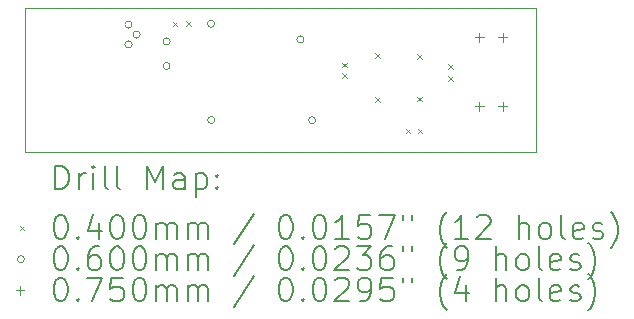
<source format=gbr>
%TF.GenerationSoftware,KiCad,Pcbnew,7.0.7-7.0.7~ubuntu22.04.1*%
%TF.CreationDate,2023-09-14T15:18:43+02:00*%
%TF.ProjectId,MoozyNano,4d6f6f7a-794e-4616-9e6f-2e6b69636164,rev?*%
%TF.SameCoordinates,Original*%
%TF.FileFunction,Drillmap*%
%TF.FilePolarity,Positive*%
%FSLAX45Y45*%
G04 Gerber Fmt 4.5, Leading zero omitted, Abs format (unit mm)*
G04 Created by KiCad (PCBNEW 7.0.7-7.0.7~ubuntu22.04.1) date 2023-09-14 15:18:43*
%MOMM*%
%LPD*%
G01*
G04 APERTURE LIST*
%ADD10C,0.100000*%
%ADD11C,0.200000*%
%ADD12C,0.040000*%
%ADD13C,0.060000*%
%ADD14C,0.075000*%
G04 APERTURE END LIST*
D10*
X10756900Y-7747000D02*
X15079380Y-7747000D01*
X15079380Y-8966200D01*
X10756900Y-8966200D01*
X10756900Y-7747000D01*
D11*
D12*
X12006900Y-7864160D02*
X12046900Y-7904160D01*
X12046900Y-7864160D02*
X12006900Y-7904160D01*
X12121200Y-7861620D02*
X12161200Y-7901620D01*
X12161200Y-7861620D02*
X12121200Y-7901620D01*
X13443147Y-8210720D02*
X13483147Y-8250720D01*
X13483147Y-8210720D02*
X13443147Y-8250720D01*
X13444845Y-8300735D02*
X13484845Y-8340735D01*
X13484845Y-8300735D02*
X13444845Y-8340735D01*
X13720280Y-8131980D02*
X13760280Y-8171980D01*
X13760280Y-8131980D02*
X13720280Y-8171980D01*
X13720280Y-8500280D02*
X13760280Y-8540280D01*
X13760280Y-8500280D02*
X13720280Y-8540280D01*
X13979360Y-8769520D02*
X14019360Y-8809520D01*
X14019360Y-8769520D02*
X13979360Y-8809520D01*
X14078420Y-8137060D02*
X14118420Y-8177060D01*
X14118420Y-8137060D02*
X14078420Y-8177060D01*
X14078420Y-8497740D02*
X14118420Y-8537740D01*
X14118420Y-8497740D02*
X14078420Y-8537740D01*
X14080960Y-8769520D02*
X14120960Y-8809520D01*
X14120960Y-8769520D02*
X14080960Y-8809520D01*
X14341310Y-8323750D02*
X14381310Y-8363750D01*
X14381310Y-8323750D02*
X14341310Y-8363750D01*
X14342580Y-8223420D02*
X14382580Y-8263420D01*
X14382580Y-8223420D02*
X14342580Y-8263420D01*
D13*
X11663200Y-7889240D02*
G75*
G03*
X11663200Y-7889240I-30000J0D01*
G01*
X11663200Y-8056880D02*
G75*
G03*
X11663200Y-8056880I-30000J0D01*
G01*
X11731780Y-7973060D02*
G75*
G03*
X11731780Y-7973060I-30000J0D01*
G01*
X11985780Y-8031480D02*
G75*
G03*
X11985780Y-8031480I-30000J0D01*
G01*
X11985780Y-8239760D02*
G75*
G03*
X11985780Y-8239760I-30000J0D01*
G01*
X12361700Y-7881620D02*
G75*
G03*
X12361700Y-7881620I-30000J0D01*
G01*
X12364240Y-8696960D02*
G75*
G03*
X12364240Y-8696960I-30000J0D01*
G01*
X13118620Y-8013700D02*
G75*
G03*
X13118620Y-8013700I-30000J0D01*
G01*
X13217680Y-8698420D02*
G75*
G03*
X13217680Y-8698420I-30000J0D01*
G01*
D14*
X14601520Y-7959300D02*
X14601520Y-8034300D01*
X14564020Y-7996800D02*
X14639020Y-7996800D01*
X14601520Y-8543500D02*
X14601520Y-8618500D01*
X14564020Y-8581000D02*
X14639020Y-8581000D01*
X14801520Y-7959300D02*
X14801520Y-8034300D01*
X14764020Y-7996800D02*
X14839020Y-7996800D01*
X14801520Y-8543500D02*
X14801520Y-8618500D01*
X14764020Y-8581000D02*
X14839020Y-8581000D01*
D11*
X11012677Y-9282684D02*
X11012677Y-9082684D01*
X11012677Y-9082684D02*
X11060296Y-9082684D01*
X11060296Y-9082684D02*
X11088867Y-9092208D01*
X11088867Y-9092208D02*
X11107915Y-9111255D01*
X11107915Y-9111255D02*
X11117439Y-9130303D01*
X11117439Y-9130303D02*
X11126963Y-9168398D01*
X11126963Y-9168398D02*
X11126963Y-9196970D01*
X11126963Y-9196970D02*
X11117439Y-9235065D01*
X11117439Y-9235065D02*
X11107915Y-9254112D01*
X11107915Y-9254112D02*
X11088867Y-9273160D01*
X11088867Y-9273160D02*
X11060296Y-9282684D01*
X11060296Y-9282684D02*
X11012677Y-9282684D01*
X11212677Y-9282684D02*
X11212677Y-9149350D01*
X11212677Y-9187446D02*
X11222201Y-9168398D01*
X11222201Y-9168398D02*
X11231724Y-9158874D01*
X11231724Y-9158874D02*
X11250772Y-9149350D01*
X11250772Y-9149350D02*
X11269820Y-9149350D01*
X11336486Y-9282684D02*
X11336486Y-9149350D01*
X11336486Y-9082684D02*
X11326962Y-9092208D01*
X11326962Y-9092208D02*
X11336486Y-9101731D01*
X11336486Y-9101731D02*
X11346010Y-9092208D01*
X11346010Y-9092208D02*
X11336486Y-9082684D01*
X11336486Y-9082684D02*
X11336486Y-9101731D01*
X11460296Y-9282684D02*
X11441248Y-9273160D01*
X11441248Y-9273160D02*
X11431724Y-9254112D01*
X11431724Y-9254112D02*
X11431724Y-9082684D01*
X11565058Y-9282684D02*
X11546010Y-9273160D01*
X11546010Y-9273160D02*
X11536486Y-9254112D01*
X11536486Y-9254112D02*
X11536486Y-9082684D01*
X11793629Y-9282684D02*
X11793629Y-9082684D01*
X11793629Y-9082684D02*
X11860296Y-9225541D01*
X11860296Y-9225541D02*
X11926962Y-9082684D01*
X11926962Y-9082684D02*
X11926962Y-9282684D01*
X12107915Y-9282684D02*
X12107915Y-9177922D01*
X12107915Y-9177922D02*
X12098391Y-9158874D01*
X12098391Y-9158874D02*
X12079343Y-9149350D01*
X12079343Y-9149350D02*
X12041248Y-9149350D01*
X12041248Y-9149350D02*
X12022201Y-9158874D01*
X12107915Y-9273160D02*
X12088867Y-9282684D01*
X12088867Y-9282684D02*
X12041248Y-9282684D01*
X12041248Y-9282684D02*
X12022201Y-9273160D01*
X12022201Y-9273160D02*
X12012677Y-9254112D01*
X12012677Y-9254112D02*
X12012677Y-9235065D01*
X12012677Y-9235065D02*
X12022201Y-9216017D01*
X12022201Y-9216017D02*
X12041248Y-9206493D01*
X12041248Y-9206493D02*
X12088867Y-9206493D01*
X12088867Y-9206493D02*
X12107915Y-9196970D01*
X12203153Y-9149350D02*
X12203153Y-9349350D01*
X12203153Y-9158874D02*
X12222201Y-9149350D01*
X12222201Y-9149350D02*
X12260296Y-9149350D01*
X12260296Y-9149350D02*
X12279343Y-9158874D01*
X12279343Y-9158874D02*
X12288867Y-9168398D01*
X12288867Y-9168398D02*
X12298391Y-9187446D01*
X12298391Y-9187446D02*
X12298391Y-9244589D01*
X12298391Y-9244589D02*
X12288867Y-9263636D01*
X12288867Y-9263636D02*
X12279343Y-9273160D01*
X12279343Y-9273160D02*
X12260296Y-9282684D01*
X12260296Y-9282684D02*
X12222201Y-9282684D01*
X12222201Y-9282684D02*
X12203153Y-9273160D01*
X12384105Y-9263636D02*
X12393629Y-9273160D01*
X12393629Y-9273160D02*
X12384105Y-9282684D01*
X12384105Y-9282684D02*
X12374582Y-9273160D01*
X12374582Y-9273160D02*
X12384105Y-9263636D01*
X12384105Y-9263636D02*
X12384105Y-9282684D01*
X12384105Y-9158874D02*
X12393629Y-9168398D01*
X12393629Y-9168398D02*
X12384105Y-9177922D01*
X12384105Y-9177922D02*
X12374582Y-9168398D01*
X12374582Y-9168398D02*
X12384105Y-9158874D01*
X12384105Y-9158874D02*
X12384105Y-9177922D01*
D12*
X10711900Y-9591200D02*
X10751900Y-9631200D01*
X10751900Y-9591200D02*
X10711900Y-9631200D01*
D11*
X11050772Y-9502684D02*
X11069820Y-9502684D01*
X11069820Y-9502684D02*
X11088867Y-9512208D01*
X11088867Y-9512208D02*
X11098391Y-9521731D01*
X11098391Y-9521731D02*
X11107915Y-9540779D01*
X11107915Y-9540779D02*
X11117439Y-9578874D01*
X11117439Y-9578874D02*
X11117439Y-9626493D01*
X11117439Y-9626493D02*
X11107915Y-9664589D01*
X11107915Y-9664589D02*
X11098391Y-9683636D01*
X11098391Y-9683636D02*
X11088867Y-9693160D01*
X11088867Y-9693160D02*
X11069820Y-9702684D01*
X11069820Y-9702684D02*
X11050772Y-9702684D01*
X11050772Y-9702684D02*
X11031724Y-9693160D01*
X11031724Y-9693160D02*
X11022201Y-9683636D01*
X11022201Y-9683636D02*
X11012677Y-9664589D01*
X11012677Y-9664589D02*
X11003153Y-9626493D01*
X11003153Y-9626493D02*
X11003153Y-9578874D01*
X11003153Y-9578874D02*
X11012677Y-9540779D01*
X11012677Y-9540779D02*
X11022201Y-9521731D01*
X11022201Y-9521731D02*
X11031724Y-9512208D01*
X11031724Y-9512208D02*
X11050772Y-9502684D01*
X11203153Y-9683636D02*
X11212677Y-9693160D01*
X11212677Y-9693160D02*
X11203153Y-9702684D01*
X11203153Y-9702684D02*
X11193629Y-9693160D01*
X11193629Y-9693160D02*
X11203153Y-9683636D01*
X11203153Y-9683636D02*
X11203153Y-9702684D01*
X11384105Y-9569350D02*
X11384105Y-9702684D01*
X11336486Y-9493160D02*
X11288867Y-9636017D01*
X11288867Y-9636017D02*
X11412677Y-9636017D01*
X11526962Y-9502684D02*
X11546010Y-9502684D01*
X11546010Y-9502684D02*
X11565058Y-9512208D01*
X11565058Y-9512208D02*
X11574582Y-9521731D01*
X11574582Y-9521731D02*
X11584105Y-9540779D01*
X11584105Y-9540779D02*
X11593629Y-9578874D01*
X11593629Y-9578874D02*
X11593629Y-9626493D01*
X11593629Y-9626493D02*
X11584105Y-9664589D01*
X11584105Y-9664589D02*
X11574582Y-9683636D01*
X11574582Y-9683636D02*
X11565058Y-9693160D01*
X11565058Y-9693160D02*
X11546010Y-9702684D01*
X11546010Y-9702684D02*
X11526962Y-9702684D01*
X11526962Y-9702684D02*
X11507915Y-9693160D01*
X11507915Y-9693160D02*
X11498391Y-9683636D01*
X11498391Y-9683636D02*
X11488867Y-9664589D01*
X11488867Y-9664589D02*
X11479343Y-9626493D01*
X11479343Y-9626493D02*
X11479343Y-9578874D01*
X11479343Y-9578874D02*
X11488867Y-9540779D01*
X11488867Y-9540779D02*
X11498391Y-9521731D01*
X11498391Y-9521731D02*
X11507915Y-9512208D01*
X11507915Y-9512208D02*
X11526962Y-9502684D01*
X11717439Y-9502684D02*
X11736486Y-9502684D01*
X11736486Y-9502684D02*
X11755534Y-9512208D01*
X11755534Y-9512208D02*
X11765058Y-9521731D01*
X11765058Y-9521731D02*
X11774582Y-9540779D01*
X11774582Y-9540779D02*
X11784105Y-9578874D01*
X11784105Y-9578874D02*
X11784105Y-9626493D01*
X11784105Y-9626493D02*
X11774582Y-9664589D01*
X11774582Y-9664589D02*
X11765058Y-9683636D01*
X11765058Y-9683636D02*
X11755534Y-9693160D01*
X11755534Y-9693160D02*
X11736486Y-9702684D01*
X11736486Y-9702684D02*
X11717439Y-9702684D01*
X11717439Y-9702684D02*
X11698391Y-9693160D01*
X11698391Y-9693160D02*
X11688867Y-9683636D01*
X11688867Y-9683636D02*
X11679343Y-9664589D01*
X11679343Y-9664589D02*
X11669820Y-9626493D01*
X11669820Y-9626493D02*
X11669820Y-9578874D01*
X11669820Y-9578874D02*
X11679343Y-9540779D01*
X11679343Y-9540779D02*
X11688867Y-9521731D01*
X11688867Y-9521731D02*
X11698391Y-9512208D01*
X11698391Y-9512208D02*
X11717439Y-9502684D01*
X11869820Y-9702684D02*
X11869820Y-9569350D01*
X11869820Y-9588398D02*
X11879343Y-9578874D01*
X11879343Y-9578874D02*
X11898391Y-9569350D01*
X11898391Y-9569350D02*
X11926963Y-9569350D01*
X11926963Y-9569350D02*
X11946010Y-9578874D01*
X11946010Y-9578874D02*
X11955534Y-9597922D01*
X11955534Y-9597922D02*
X11955534Y-9702684D01*
X11955534Y-9597922D02*
X11965058Y-9578874D01*
X11965058Y-9578874D02*
X11984105Y-9569350D01*
X11984105Y-9569350D02*
X12012677Y-9569350D01*
X12012677Y-9569350D02*
X12031724Y-9578874D01*
X12031724Y-9578874D02*
X12041248Y-9597922D01*
X12041248Y-9597922D02*
X12041248Y-9702684D01*
X12136486Y-9702684D02*
X12136486Y-9569350D01*
X12136486Y-9588398D02*
X12146010Y-9578874D01*
X12146010Y-9578874D02*
X12165058Y-9569350D01*
X12165058Y-9569350D02*
X12193629Y-9569350D01*
X12193629Y-9569350D02*
X12212677Y-9578874D01*
X12212677Y-9578874D02*
X12222201Y-9597922D01*
X12222201Y-9597922D02*
X12222201Y-9702684D01*
X12222201Y-9597922D02*
X12231724Y-9578874D01*
X12231724Y-9578874D02*
X12250772Y-9569350D01*
X12250772Y-9569350D02*
X12279343Y-9569350D01*
X12279343Y-9569350D02*
X12298391Y-9578874D01*
X12298391Y-9578874D02*
X12307915Y-9597922D01*
X12307915Y-9597922D02*
X12307915Y-9702684D01*
X12698391Y-9493160D02*
X12526963Y-9750303D01*
X12955534Y-9502684D02*
X12974582Y-9502684D01*
X12974582Y-9502684D02*
X12993629Y-9512208D01*
X12993629Y-9512208D02*
X13003153Y-9521731D01*
X13003153Y-9521731D02*
X13012677Y-9540779D01*
X13012677Y-9540779D02*
X13022201Y-9578874D01*
X13022201Y-9578874D02*
X13022201Y-9626493D01*
X13022201Y-9626493D02*
X13012677Y-9664589D01*
X13012677Y-9664589D02*
X13003153Y-9683636D01*
X13003153Y-9683636D02*
X12993629Y-9693160D01*
X12993629Y-9693160D02*
X12974582Y-9702684D01*
X12974582Y-9702684D02*
X12955534Y-9702684D01*
X12955534Y-9702684D02*
X12936486Y-9693160D01*
X12936486Y-9693160D02*
X12926963Y-9683636D01*
X12926963Y-9683636D02*
X12917439Y-9664589D01*
X12917439Y-9664589D02*
X12907915Y-9626493D01*
X12907915Y-9626493D02*
X12907915Y-9578874D01*
X12907915Y-9578874D02*
X12917439Y-9540779D01*
X12917439Y-9540779D02*
X12926963Y-9521731D01*
X12926963Y-9521731D02*
X12936486Y-9512208D01*
X12936486Y-9512208D02*
X12955534Y-9502684D01*
X13107915Y-9683636D02*
X13117439Y-9693160D01*
X13117439Y-9693160D02*
X13107915Y-9702684D01*
X13107915Y-9702684D02*
X13098391Y-9693160D01*
X13098391Y-9693160D02*
X13107915Y-9683636D01*
X13107915Y-9683636D02*
X13107915Y-9702684D01*
X13241248Y-9502684D02*
X13260296Y-9502684D01*
X13260296Y-9502684D02*
X13279344Y-9512208D01*
X13279344Y-9512208D02*
X13288867Y-9521731D01*
X13288867Y-9521731D02*
X13298391Y-9540779D01*
X13298391Y-9540779D02*
X13307915Y-9578874D01*
X13307915Y-9578874D02*
X13307915Y-9626493D01*
X13307915Y-9626493D02*
X13298391Y-9664589D01*
X13298391Y-9664589D02*
X13288867Y-9683636D01*
X13288867Y-9683636D02*
X13279344Y-9693160D01*
X13279344Y-9693160D02*
X13260296Y-9702684D01*
X13260296Y-9702684D02*
X13241248Y-9702684D01*
X13241248Y-9702684D02*
X13222201Y-9693160D01*
X13222201Y-9693160D02*
X13212677Y-9683636D01*
X13212677Y-9683636D02*
X13203153Y-9664589D01*
X13203153Y-9664589D02*
X13193629Y-9626493D01*
X13193629Y-9626493D02*
X13193629Y-9578874D01*
X13193629Y-9578874D02*
X13203153Y-9540779D01*
X13203153Y-9540779D02*
X13212677Y-9521731D01*
X13212677Y-9521731D02*
X13222201Y-9512208D01*
X13222201Y-9512208D02*
X13241248Y-9502684D01*
X13498391Y-9702684D02*
X13384106Y-9702684D01*
X13441248Y-9702684D02*
X13441248Y-9502684D01*
X13441248Y-9502684D02*
X13422201Y-9531255D01*
X13422201Y-9531255D02*
X13403153Y-9550303D01*
X13403153Y-9550303D02*
X13384106Y-9559827D01*
X13679344Y-9502684D02*
X13584106Y-9502684D01*
X13584106Y-9502684D02*
X13574582Y-9597922D01*
X13574582Y-9597922D02*
X13584106Y-9588398D01*
X13584106Y-9588398D02*
X13603153Y-9578874D01*
X13603153Y-9578874D02*
X13650772Y-9578874D01*
X13650772Y-9578874D02*
X13669820Y-9588398D01*
X13669820Y-9588398D02*
X13679344Y-9597922D01*
X13679344Y-9597922D02*
X13688867Y-9616970D01*
X13688867Y-9616970D02*
X13688867Y-9664589D01*
X13688867Y-9664589D02*
X13679344Y-9683636D01*
X13679344Y-9683636D02*
X13669820Y-9693160D01*
X13669820Y-9693160D02*
X13650772Y-9702684D01*
X13650772Y-9702684D02*
X13603153Y-9702684D01*
X13603153Y-9702684D02*
X13584106Y-9693160D01*
X13584106Y-9693160D02*
X13574582Y-9683636D01*
X13755534Y-9502684D02*
X13888867Y-9502684D01*
X13888867Y-9502684D02*
X13803153Y-9702684D01*
X13955534Y-9502684D02*
X13955534Y-9540779D01*
X14031725Y-9502684D02*
X14031725Y-9540779D01*
X14326963Y-9778874D02*
X14317439Y-9769350D01*
X14317439Y-9769350D02*
X14298391Y-9740779D01*
X14298391Y-9740779D02*
X14288868Y-9721731D01*
X14288868Y-9721731D02*
X14279344Y-9693160D01*
X14279344Y-9693160D02*
X14269820Y-9645541D01*
X14269820Y-9645541D02*
X14269820Y-9607446D01*
X14269820Y-9607446D02*
X14279344Y-9559827D01*
X14279344Y-9559827D02*
X14288868Y-9531255D01*
X14288868Y-9531255D02*
X14298391Y-9512208D01*
X14298391Y-9512208D02*
X14317439Y-9483636D01*
X14317439Y-9483636D02*
X14326963Y-9474112D01*
X14507915Y-9702684D02*
X14393629Y-9702684D01*
X14450772Y-9702684D02*
X14450772Y-9502684D01*
X14450772Y-9502684D02*
X14431725Y-9531255D01*
X14431725Y-9531255D02*
X14412677Y-9550303D01*
X14412677Y-9550303D02*
X14393629Y-9559827D01*
X14584106Y-9521731D02*
X14593629Y-9512208D01*
X14593629Y-9512208D02*
X14612677Y-9502684D01*
X14612677Y-9502684D02*
X14660296Y-9502684D01*
X14660296Y-9502684D02*
X14679344Y-9512208D01*
X14679344Y-9512208D02*
X14688868Y-9521731D01*
X14688868Y-9521731D02*
X14698391Y-9540779D01*
X14698391Y-9540779D02*
X14698391Y-9559827D01*
X14698391Y-9559827D02*
X14688868Y-9588398D01*
X14688868Y-9588398D02*
X14574582Y-9702684D01*
X14574582Y-9702684D02*
X14698391Y-9702684D01*
X14936487Y-9702684D02*
X14936487Y-9502684D01*
X15022201Y-9702684D02*
X15022201Y-9597922D01*
X15022201Y-9597922D02*
X15012677Y-9578874D01*
X15012677Y-9578874D02*
X14993630Y-9569350D01*
X14993630Y-9569350D02*
X14965058Y-9569350D01*
X14965058Y-9569350D02*
X14946010Y-9578874D01*
X14946010Y-9578874D02*
X14936487Y-9588398D01*
X15146010Y-9702684D02*
X15126963Y-9693160D01*
X15126963Y-9693160D02*
X15117439Y-9683636D01*
X15117439Y-9683636D02*
X15107915Y-9664589D01*
X15107915Y-9664589D02*
X15107915Y-9607446D01*
X15107915Y-9607446D02*
X15117439Y-9588398D01*
X15117439Y-9588398D02*
X15126963Y-9578874D01*
X15126963Y-9578874D02*
X15146010Y-9569350D01*
X15146010Y-9569350D02*
X15174582Y-9569350D01*
X15174582Y-9569350D02*
X15193630Y-9578874D01*
X15193630Y-9578874D02*
X15203153Y-9588398D01*
X15203153Y-9588398D02*
X15212677Y-9607446D01*
X15212677Y-9607446D02*
X15212677Y-9664589D01*
X15212677Y-9664589D02*
X15203153Y-9683636D01*
X15203153Y-9683636D02*
X15193630Y-9693160D01*
X15193630Y-9693160D02*
X15174582Y-9702684D01*
X15174582Y-9702684D02*
X15146010Y-9702684D01*
X15326963Y-9702684D02*
X15307915Y-9693160D01*
X15307915Y-9693160D02*
X15298391Y-9674112D01*
X15298391Y-9674112D02*
X15298391Y-9502684D01*
X15479344Y-9693160D02*
X15460296Y-9702684D01*
X15460296Y-9702684D02*
X15422201Y-9702684D01*
X15422201Y-9702684D02*
X15403153Y-9693160D01*
X15403153Y-9693160D02*
X15393630Y-9674112D01*
X15393630Y-9674112D02*
X15393630Y-9597922D01*
X15393630Y-9597922D02*
X15403153Y-9578874D01*
X15403153Y-9578874D02*
X15422201Y-9569350D01*
X15422201Y-9569350D02*
X15460296Y-9569350D01*
X15460296Y-9569350D02*
X15479344Y-9578874D01*
X15479344Y-9578874D02*
X15488868Y-9597922D01*
X15488868Y-9597922D02*
X15488868Y-9616970D01*
X15488868Y-9616970D02*
X15393630Y-9636017D01*
X15565058Y-9693160D02*
X15584106Y-9702684D01*
X15584106Y-9702684D02*
X15622201Y-9702684D01*
X15622201Y-9702684D02*
X15641249Y-9693160D01*
X15641249Y-9693160D02*
X15650772Y-9674112D01*
X15650772Y-9674112D02*
X15650772Y-9664589D01*
X15650772Y-9664589D02*
X15641249Y-9645541D01*
X15641249Y-9645541D02*
X15622201Y-9636017D01*
X15622201Y-9636017D02*
X15593630Y-9636017D01*
X15593630Y-9636017D02*
X15574582Y-9626493D01*
X15574582Y-9626493D02*
X15565058Y-9607446D01*
X15565058Y-9607446D02*
X15565058Y-9597922D01*
X15565058Y-9597922D02*
X15574582Y-9578874D01*
X15574582Y-9578874D02*
X15593630Y-9569350D01*
X15593630Y-9569350D02*
X15622201Y-9569350D01*
X15622201Y-9569350D02*
X15641249Y-9578874D01*
X15717439Y-9778874D02*
X15726963Y-9769350D01*
X15726963Y-9769350D02*
X15746011Y-9740779D01*
X15746011Y-9740779D02*
X15755534Y-9721731D01*
X15755534Y-9721731D02*
X15765058Y-9693160D01*
X15765058Y-9693160D02*
X15774582Y-9645541D01*
X15774582Y-9645541D02*
X15774582Y-9607446D01*
X15774582Y-9607446D02*
X15765058Y-9559827D01*
X15765058Y-9559827D02*
X15755534Y-9531255D01*
X15755534Y-9531255D02*
X15746011Y-9512208D01*
X15746011Y-9512208D02*
X15726963Y-9483636D01*
X15726963Y-9483636D02*
X15717439Y-9474112D01*
D13*
X10751900Y-9875200D02*
G75*
G03*
X10751900Y-9875200I-30000J0D01*
G01*
D11*
X11050772Y-9766684D02*
X11069820Y-9766684D01*
X11069820Y-9766684D02*
X11088867Y-9776208D01*
X11088867Y-9776208D02*
X11098391Y-9785731D01*
X11098391Y-9785731D02*
X11107915Y-9804779D01*
X11107915Y-9804779D02*
X11117439Y-9842874D01*
X11117439Y-9842874D02*
X11117439Y-9890493D01*
X11117439Y-9890493D02*
X11107915Y-9928589D01*
X11107915Y-9928589D02*
X11098391Y-9947636D01*
X11098391Y-9947636D02*
X11088867Y-9957160D01*
X11088867Y-9957160D02*
X11069820Y-9966684D01*
X11069820Y-9966684D02*
X11050772Y-9966684D01*
X11050772Y-9966684D02*
X11031724Y-9957160D01*
X11031724Y-9957160D02*
X11022201Y-9947636D01*
X11022201Y-9947636D02*
X11012677Y-9928589D01*
X11012677Y-9928589D02*
X11003153Y-9890493D01*
X11003153Y-9890493D02*
X11003153Y-9842874D01*
X11003153Y-9842874D02*
X11012677Y-9804779D01*
X11012677Y-9804779D02*
X11022201Y-9785731D01*
X11022201Y-9785731D02*
X11031724Y-9776208D01*
X11031724Y-9776208D02*
X11050772Y-9766684D01*
X11203153Y-9947636D02*
X11212677Y-9957160D01*
X11212677Y-9957160D02*
X11203153Y-9966684D01*
X11203153Y-9966684D02*
X11193629Y-9957160D01*
X11193629Y-9957160D02*
X11203153Y-9947636D01*
X11203153Y-9947636D02*
X11203153Y-9966684D01*
X11384105Y-9766684D02*
X11346010Y-9766684D01*
X11346010Y-9766684D02*
X11326962Y-9776208D01*
X11326962Y-9776208D02*
X11317439Y-9785731D01*
X11317439Y-9785731D02*
X11298391Y-9814303D01*
X11298391Y-9814303D02*
X11288867Y-9852398D01*
X11288867Y-9852398D02*
X11288867Y-9928589D01*
X11288867Y-9928589D02*
X11298391Y-9947636D01*
X11298391Y-9947636D02*
X11307915Y-9957160D01*
X11307915Y-9957160D02*
X11326962Y-9966684D01*
X11326962Y-9966684D02*
X11365058Y-9966684D01*
X11365058Y-9966684D02*
X11384105Y-9957160D01*
X11384105Y-9957160D02*
X11393629Y-9947636D01*
X11393629Y-9947636D02*
X11403153Y-9928589D01*
X11403153Y-9928589D02*
X11403153Y-9880970D01*
X11403153Y-9880970D02*
X11393629Y-9861922D01*
X11393629Y-9861922D02*
X11384105Y-9852398D01*
X11384105Y-9852398D02*
X11365058Y-9842874D01*
X11365058Y-9842874D02*
X11326962Y-9842874D01*
X11326962Y-9842874D02*
X11307915Y-9852398D01*
X11307915Y-9852398D02*
X11298391Y-9861922D01*
X11298391Y-9861922D02*
X11288867Y-9880970D01*
X11526962Y-9766684D02*
X11546010Y-9766684D01*
X11546010Y-9766684D02*
X11565058Y-9776208D01*
X11565058Y-9776208D02*
X11574582Y-9785731D01*
X11574582Y-9785731D02*
X11584105Y-9804779D01*
X11584105Y-9804779D02*
X11593629Y-9842874D01*
X11593629Y-9842874D02*
X11593629Y-9890493D01*
X11593629Y-9890493D02*
X11584105Y-9928589D01*
X11584105Y-9928589D02*
X11574582Y-9947636D01*
X11574582Y-9947636D02*
X11565058Y-9957160D01*
X11565058Y-9957160D02*
X11546010Y-9966684D01*
X11546010Y-9966684D02*
X11526962Y-9966684D01*
X11526962Y-9966684D02*
X11507915Y-9957160D01*
X11507915Y-9957160D02*
X11498391Y-9947636D01*
X11498391Y-9947636D02*
X11488867Y-9928589D01*
X11488867Y-9928589D02*
X11479343Y-9890493D01*
X11479343Y-9890493D02*
X11479343Y-9842874D01*
X11479343Y-9842874D02*
X11488867Y-9804779D01*
X11488867Y-9804779D02*
X11498391Y-9785731D01*
X11498391Y-9785731D02*
X11507915Y-9776208D01*
X11507915Y-9776208D02*
X11526962Y-9766684D01*
X11717439Y-9766684D02*
X11736486Y-9766684D01*
X11736486Y-9766684D02*
X11755534Y-9776208D01*
X11755534Y-9776208D02*
X11765058Y-9785731D01*
X11765058Y-9785731D02*
X11774582Y-9804779D01*
X11774582Y-9804779D02*
X11784105Y-9842874D01*
X11784105Y-9842874D02*
X11784105Y-9890493D01*
X11784105Y-9890493D02*
X11774582Y-9928589D01*
X11774582Y-9928589D02*
X11765058Y-9947636D01*
X11765058Y-9947636D02*
X11755534Y-9957160D01*
X11755534Y-9957160D02*
X11736486Y-9966684D01*
X11736486Y-9966684D02*
X11717439Y-9966684D01*
X11717439Y-9966684D02*
X11698391Y-9957160D01*
X11698391Y-9957160D02*
X11688867Y-9947636D01*
X11688867Y-9947636D02*
X11679343Y-9928589D01*
X11679343Y-9928589D02*
X11669820Y-9890493D01*
X11669820Y-9890493D02*
X11669820Y-9842874D01*
X11669820Y-9842874D02*
X11679343Y-9804779D01*
X11679343Y-9804779D02*
X11688867Y-9785731D01*
X11688867Y-9785731D02*
X11698391Y-9776208D01*
X11698391Y-9776208D02*
X11717439Y-9766684D01*
X11869820Y-9966684D02*
X11869820Y-9833350D01*
X11869820Y-9852398D02*
X11879343Y-9842874D01*
X11879343Y-9842874D02*
X11898391Y-9833350D01*
X11898391Y-9833350D02*
X11926963Y-9833350D01*
X11926963Y-9833350D02*
X11946010Y-9842874D01*
X11946010Y-9842874D02*
X11955534Y-9861922D01*
X11955534Y-9861922D02*
X11955534Y-9966684D01*
X11955534Y-9861922D02*
X11965058Y-9842874D01*
X11965058Y-9842874D02*
X11984105Y-9833350D01*
X11984105Y-9833350D02*
X12012677Y-9833350D01*
X12012677Y-9833350D02*
X12031724Y-9842874D01*
X12031724Y-9842874D02*
X12041248Y-9861922D01*
X12041248Y-9861922D02*
X12041248Y-9966684D01*
X12136486Y-9966684D02*
X12136486Y-9833350D01*
X12136486Y-9852398D02*
X12146010Y-9842874D01*
X12146010Y-9842874D02*
X12165058Y-9833350D01*
X12165058Y-9833350D02*
X12193629Y-9833350D01*
X12193629Y-9833350D02*
X12212677Y-9842874D01*
X12212677Y-9842874D02*
X12222201Y-9861922D01*
X12222201Y-9861922D02*
X12222201Y-9966684D01*
X12222201Y-9861922D02*
X12231724Y-9842874D01*
X12231724Y-9842874D02*
X12250772Y-9833350D01*
X12250772Y-9833350D02*
X12279343Y-9833350D01*
X12279343Y-9833350D02*
X12298391Y-9842874D01*
X12298391Y-9842874D02*
X12307915Y-9861922D01*
X12307915Y-9861922D02*
X12307915Y-9966684D01*
X12698391Y-9757160D02*
X12526963Y-10014303D01*
X12955534Y-9766684D02*
X12974582Y-9766684D01*
X12974582Y-9766684D02*
X12993629Y-9776208D01*
X12993629Y-9776208D02*
X13003153Y-9785731D01*
X13003153Y-9785731D02*
X13012677Y-9804779D01*
X13012677Y-9804779D02*
X13022201Y-9842874D01*
X13022201Y-9842874D02*
X13022201Y-9890493D01*
X13022201Y-9890493D02*
X13012677Y-9928589D01*
X13012677Y-9928589D02*
X13003153Y-9947636D01*
X13003153Y-9947636D02*
X12993629Y-9957160D01*
X12993629Y-9957160D02*
X12974582Y-9966684D01*
X12974582Y-9966684D02*
X12955534Y-9966684D01*
X12955534Y-9966684D02*
X12936486Y-9957160D01*
X12936486Y-9957160D02*
X12926963Y-9947636D01*
X12926963Y-9947636D02*
X12917439Y-9928589D01*
X12917439Y-9928589D02*
X12907915Y-9890493D01*
X12907915Y-9890493D02*
X12907915Y-9842874D01*
X12907915Y-9842874D02*
X12917439Y-9804779D01*
X12917439Y-9804779D02*
X12926963Y-9785731D01*
X12926963Y-9785731D02*
X12936486Y-9776208D01*
X12936486Y-9776208D02*
X12955534Y-9766684D01*
X13107915Y-9947636D02*
X13117439Y-9957160D01*
X13117439Y-9957160D02*
X13107915Y-9966684D01*
X13107915Y-9966684D02*
X13098391Y-9957160D01*
X13098391Y-9957160D02*
X13107915Y-9947636D01*
X13107915Y-9947636D02*
X13107915Y-9966684D01*
X13241248Y-9766684D02*
X13260296Y-9766684D01*
X13260296Y-9766684D02*
X13279344Y-9776208D01*
X13279344Y-9776208D02*
X13288867Y-9785731D01*
X13288867Y-9785731D02*
X13298391Y-9804779D01*
X13298391Y-9804779D02*
X13307915Y-9842874D01*
X13307915Y-9842874D02*
X13307915Y-9890493D01*
X13307915Y-9890493D02*
X13298391Y-9928589D01*
X13298391Y-9928589D02*
X13288867Y-9947636D01*
X13288867Y-9947636D02*
X13279344Y-9957160D01*
X13279344Y-9957160D02*
X13260296Y-9966684D01*
X13260296Y-9966684D02*
X13241248Y-9966684D01*
X13241248Y-9966684D02*
X13222201Y-9957160D01*
X13222201Y-9957160D02*
X13212677Y-9947636D01*
X13212677Y-9947636D02*
X13203153Y-9928589D01*
X13203153Y-9928589D02*
X13193629Y-9890493D01*
X13193629Y-9890493D02*
X13193629Y-9842874D01*
X13193629Y-9842874D02*
X13203153Y-9804779D01*
X13203153Y-9804779D02*
X13212677Y-9785731D01*
X13212677Y-9785731D02*
X13222201Y-9776208D01*
X13222201Y-9776208D02*
X13241248Y-9766684D01*
X13384106Y-9785731D02*
X13393629Y-9776208D01*
X13393629Y-9776208D02*
X13412677Y-9766684D01*
X13412677Y-9766684D02*
X13460296Y-9766684D01*
X13460296Y-9766684D02*
X13479344Y-9776208D01*
X13479344Y-9776208D02*
X13488867Y-9785731D01*
X13488867Y-9785731D02*
X13498391Y-9804779D01*
X13498391Y-9804779D02*
X13498391Y-9823827D01*
X13498391Y-9823827D02*
X13488867Y-9852398D01*
X13488867Y-9852398D02*
X13374582Y-9966684D01*
X13374582Y-9966684D02*
X13498391Y-9966684D01*
X13565058Y-9766684D02*
X13688867Y-9766684D01*
X13688867Y-9766684D02*
X13622201Y-9842874D01*
X13622201Y-9842874D02*
X13650772Y-9842874D01*
X13650772Y-9842874D02*
X13669820Y-9852398D01*
X13669820Y-9852398D02*
X13679344Y-9861922D01*
X13679344Y-9861922D02*
X13688867Y-9880970D01*
X13688867Y-9880970D02*
X13688867Y-9928589D01*
X13688867Y-9928589D02*
X13679344Y-9947636D01*
X13679344Y-9947636D02*
X13669820Y-9957160D01*
X13669820Y-9957160D02*
X13650772Y-9966684D01*
X13650772Y-9966684D02*
X13593629Y-9966684D01*
X13593629Y-9966684D02*
X13574582Y-9957160D01*
X13574582Y-9957160D02*
X13565058Y-9947636D01*
X13860296Y-9766684D02*
X13822201Y-9766684D01*
X13822201Y-9766684D02*
X13803153Y-9776208D01*
X13803153Y-9776208D02*
X13793629Y-9785731D01*
X13793629Y-9785731D02*
X13774582Y-9814303D01*
X13774582Y-9814303D02*
X13765058Y-9852398D01*
X13765058Y-9852398D02*
X13765058Y-9928589D01*
X13765058Y-9928589D02*
X13774582Y-9947636D01*
X13774582Y-9947636D02*
X13784106Y-9957160D01*
X13784106Y-9957160D02*
X13803153Y-9966684D01*
X13803153Y-9966684D02*
X13841248Y-9966684D01*
X13841248Y-9966684D02*
X13860296Y-9957160D01*
X13860296Y-9957160D02*
X13869820Y-9947636D01*
X13869820Y-9947636D02*
X13879344Y-9928589D01*
X13879344Y-9928589D02*
X13879344Y-9880970D01*
X13879344Y-9880970D02*
X13869820Y-9861922D01*
X13869820Y-9861922D02*
X13860296Y-9852398D01*
X13860296Y-9852398D02*
X13841248Y-9842874D01*
X13841248Y-9842874D02*
X13803153Y-9842874D01*
X13803153Y-9842874D02*
X13784106Y-9852398D01*
X13784106Y-9852398D02*
X13774582Y-9861922D01*
X13774582Y-9861922D02*
X13765058Y-9880970D01*
X13955534Y-9766684D02*
X13955534Y-9804779D01*
X14031725Y-9766684D02*
X14031725Y-9804779D01*
X14326963Y-10042874D02*
X14317439Y-10033350D01*
X14317439Y-10033350D02*
X14298391Y-10004779D01*
X14298391Y-10004779D02*
X14288868Y-9985731D01*
X14288868Y-9985731D02*
X14279344Y-9957160D01*
X14279344Y-9957160D02*
X14269820Y-9909541D01*
X14269820Y-9909541D02*
X14269820Y-9871446D01*
X14269820Y-9871446D02*
X14279344Y-9823827D01*
X14279344Y-9823827D02*
X14288868Y-9795255D01*
X14288868Y-9795255D02*
X14298391Y-9776208D01*
X14298391Y-9776208D02*
X14317439Y-9747636D01*
X14317439Y-9747636D02*
X14326963Y-9738112D01*
X14412677Y-9966684D02*
X14450772Y-9966684D01*
X14450772Y-9966684D02*
X14469820Y-9957160D01*
X14469820Y-9957160D02*
X14479344Y-9947636D01*
X14479344Y-9947636D02*
X14498391Y-9919065D01*
X14498391Y-9919065D02*
X14507915Y-9880970D01*
X14507915Y-9880970D02*
X14507915Y-9804779D01*
X14507915Y-9804779D02*
X14498391Y-9785731D01*
X14498391Y-9785731D02*
X14488868Y-9776208D01*
X14488868Y-9776208D02*
X14469820Y-9766684D01*
X14469820Y-9766684D02*
X14431725Y-9766684D01*
X14431725Y-9766684D02*
X14412677Y-9776208D01*
X14412677Y-9776208D02*
X14403153Y-9785731D01*
X14403153Y-9785731D02*
X14393629Y-9804779D01*
X14393629Y-9804779D02*
X14393629Y-9852398D01*
X14393629Y-9852398D02*
X14403153Y-9871446D01*
X14403153Y-9871446D02*
X14412677Y-9880970D01*
X14412677Y-9880970D02*
X14431725Y-9890493D01*
X14431725Y-9890493D02*
X14469820Y-9890493D01*
X14469820Y-9890493D02*
X14488868Y-9880970D01*
X14488868Y-9880970D02*
X14498391Y-9871446D01*
X14498391Y-9871446D02*
X14507915Y-9852398D01*
X14746010Y-9966684D02*
X14746010Y-9766684D01*
X14831725Y-9966684D02*
X14831725Y-9861922D01*
X14831725Y-9861922D02*
X14822201Y-9842874D01*
X14822201Y-9842874D02*
X14803153Y-9833350D01*
X14803153Y-9833350D02*
X14774582Y-9833350D01*
X14774582Y-9833350D02*
X14755534Y-9842874D01*
X14755534Y-9842874D02*
X14746010Y-9852398D01*
X14955534Y-9966684D02*
X14936487Y-9957160D01*
X14936487Y-9957160D02*
X14926963Y-9947636D01*
X14926963Y-9947636D02*
X14917439Y-9928589D01*
X14917439Y-9928589D02*
X14917439Y-9871446D01*
X14917439Y-9871446D02*
X14926963Y-9852398D01*
X14926963Y-9852398D02*
X14936487Y-9842874D01*
X14936487Y-9842874D02*
X14955534Y-9833350D01*
X14955534Y-9833350D02*
X14984106Y-9833350D01*
X14984106Y-9833350D02*
X15003153Y-9842874D01*
X15003153Y-9842874D02*
X15012677Y-9852398D01*
X15012677Y-9852398D02*
X15022201Y-9871446D01*
X15022201Y-9871446D02*
X15022201Y-9928589D01*
X15022201Y-9928589D02*
X15012677Y-9947636D01*
X15012677Y-9947636D02*
X15003153Y-9957160D01*
X15003153Y-9957160D02*
X14984106Y-9966684D01*
X14984106Y-9966684D02*
X14955534Y-9966684D01*
X15136487Y-9966684D02*
X15117439Y-9957160D01*
X15117439Y-9957160D02*
X15107915Y-9938112D01*
X15107915Y-9938112D02*
X15107915Y-9766684D01*
X15288868Y-9957160D02*
X15269820Y-9966684D01*
X15269820Y-9966684D02*
X15231725Y-9966684D01*
X15231725Y-9966684D02*
X15212677Y-9957160D01*
X15212677Y-9957160D02*
X15203153Y-9938112D01*
X15203153Y-9938112D02*
X15203153Y-9861922D01*
X15203153Y-9861922D02*
X15212677Y-9842874D01*
X15212677Y-9842874D02*
X15231725Y-9833350D01*
X15231725Y-9833350D02*
X15269820Y-9833350D01*
X15269820Y-9833350D02*
X15288868Y-9842874D01*
X15288868Y-9842874D02*
X15298391Y-9861922D01*
X15298391Y-9861922D02*
X15298391Y-9880970D01*
X15298391Y-9880970D02*
X15203153Y-9900017D01*
X15374582Y-9957160D02*
X15393630Y-9966684D01*
X15393630Y-9966684D02*
X15431725Y-9966684D01*
X15431725Y-9966684D02*
X15450772Y-9957160D01*
X15450772Y-9957160D02*
X15460296Y-9938112D01*
X15460296Y-9938112D02*
X15460296Y-9928589D01*
X15460296Y-9928589D02*
X15450772Y-9909541D01*
X15450772Y-9909541D02*
X15431725Y-9900017D01*
X15431725Y-9900017D02*
X15403153Y-9900017D01*
X15403153Y-9900017D02*
X15384106Y-9890493D01*
X15384106Y-9890493D02*
X15374582Y-9871446D01*
X15374582Y-9871446D02*
X15374582Y-9861922D01*
X15374582Y-9861922D02*
X15384106Y-9842874D01*
X15384106Y-9842874D02*
X15403153Y-9833350D01*
X15403153Y-9833350D02*
X15431725Y-9833350D01*
X15431725Y-9833350D02*
X15450772Y-9842874D01*
X15526963Y-10042874D02*
X15536487Y-10033350D01*
X15536487Y-10033350D02*
X15555534Y-10004779D01*
X15555534Y-10004779D02*
X15565058Y-9985731D01*
X15565058Y-9985731D02*
X15574582Y-9957160D01*
X15574582Y-9957160D02*
X15584106Y-9909541D01*
X15584106Y-9909541D02*
X15584106Y-9871446D01*
X15584106Y-9871446D02*
X15574582Y-9823827D01*
X15574582Y-9823827D02*
X15565058Y-9795255D01*
X15565058Y-9795255D02*
X15555534Y-9776208D01*
X15555534Y-9776208D02*
X15536487Y-9747636D01*
X15536487Y-9747636D02*
X15526963Y-9738112D01*
D14*
X10714400Y-10101700D02*
X10714400Y-10176700D01*
X10676900Y-10139200D02*
X10751900Y-10139200D01*
D11*
X11050772Y-10030684D02*
X11069820Y-10030684D01*
X11069820Y-10030684D02*
X11088867Y-10040208D01*
X11088867Y-10040208D02*
X11098391Y-10049731D01*
X11098391Y-10049731D02*
X11107915Y-10068779D01*
X11107915Y-10068779D02*
X11117439Y-10106874D01*
X11117439Y-10106874D02*
X11117439Y-10154493D01*
X11117439Y-10154493D02*
X11107915Y-10192589D01*
X11107915Y-10192589D02*
X11098391Y-10211636D01*
X11098391Y-10211636D02*
X11088867Y-10221160D01*
X11088867Y-10221160D02*
X11069820Y-10230684D01*
X11069820Y-10230684D02*
X11050772Y-10230684D01*
X11050772Y-10230684D02*
X11031724Y-10221160D01*
X11031724Y-10221160D02*
X11022201Y-10211636D01*
X11022201Y-10211636D02*
X11012677Y-10192589D01*
X11012677Y-10192589D02*
X11003153Y-10154493D01*
X11003153Y-10154493D02*
X11003153Y-10106874D01*
X11003153Y-10106874D02*
X11012677Y-10068779D01*
X11012677Y-10068779D02*
X11022201Y-10049731D01*
X11022201Y-10049731D02*
X11031724Y-10040208D01*
X11031724Y-10040208D02*
X11050772Y-10030684D01*
X11203153Y-10211636D02*
X11212677Y-10221160D01*
X11212677Y-10221160D02*
X11203153Y-10230684D01*
X11203153Y-10230684D02*
X11193629Y-10221160D01*
X11193629Y-10221160D02*
X11203153Y-10211636D01*
X11203153Y-10211636D02*
X11203153Y-10230684D01*
X11279343Y-10030684D02*
X11412677Y-10030684D01*
X11412677Y-10030684D02*
X11326962Y-10230684D01*
X11584105Y-10030684D02*
X11488867Y-10030684D01*
X11488867Y-10030684D02*
X11479343Y-10125922D01*
X11479343Y-10125922D02*
X11488867Y-10116398D01*
X11488867Y-10116398D02*
X11507915Y-10106874D01*
X11507915Y-10106874D02*
X11555534Y-10106874D01*
X11555534Y-10106874D02*
X11574582Y-10116398D01*
X11574582Y-10116398D02*
X11584105Y-10125922D01*
X11584105Y-10125922D02*
X11593629Y-10144970D01*
X11593629Y-10144970D02*
X11593629Y-10192589D01*
X11593629Y-10192589D02*
X11584105Y-10211636D01*
X11584105Y-10211636D02*
X11574582Y-10221160D01*
X11574582Y-10221160D02*
X11555534Y-10230684D01*
X11555534Y-10230684D02*
X11507915Y-10230684D01*
X11507915Y-10230684D02*
X11488867Y-10221160D01*
X11488867Y-10221160D02*
X11479343Y-10211636D01*
X11717439Y-10030684D02*
X11736486Y-10030684D01*
X11736486Y-10030684D02*
X11755534Y-10040208D01*
X11755534Y-10040208D02*
X11765058Y-10049731D01*
X11765058Y-10049731D02*
X11774582Y-10068779D01*
X11774582Y-10068779D02*
X11784105Y-10106874D01*
X11784105Y-10106874D02*
X11784105Y-10154493D01*
X11784105Y-10154493D02*
X11774582Y-10192589D01*
X11774582Y-10192589D02*
X11765058Y-10211636D01*
X11765058Y-10211636D02*
X11755534Y-10221160D01*
X11755534Y-10221160D02*
X11736486Y-10230684D01*
X11736486Y-10230684D02*
X11717439Y-10230684D01*
X11717439Y-10230684D02*
X11698391Y-10221160D01*
X11698391Y-10221160D02*
X11688867Y-10211636D01*
X11688867Y-10211636D02*
X11679343Y-10192589D01*
X11679343Y-10192589D02*
X11669820Y-10154493D01*
X11669820Y-10154493D02*
X11669820Y-10106874D01*
X11669820Y-10106874D02*
X11679343Y-10068779D01*
X11679343Y-10068779D02*
X11688867Y-10049731D01*
X11688867Y-10049731D02*
X11698391Y-10040208D01*
X11698391Y-10040208D02*
X11717439Y-10030684D01*
X11869820Y-10230684D02*
X11869820Y-10097350D01*
X11869820Y-10116398D02*
X11879343Y-10106874D01*
X11879343Y-10106874D02*
X11898391Y-10097350D01*
X11898391Y-10097350D02*
X11926963Y-10097350D01*
X11926963Y-10097350D02*
X11946010Y-10106874D01*
X11946010Y-10106874D02*
X11955534Y-10125922D01*
X11955534Y-10125922D02*
X11955534Y-10230684D01*
X11955534Y-10125922D02*
X11965058Y-10106874D01*
X11965058Y-10106874D02*
X11984105Y-10097350D01*
X11984105Y-10097350D02*
X12012677Y-10097350D01*
X12012677Y-10097350D02*
X12031724Y-10106874D01*
X12031724Y-10106874D02*
X12041248Y-10125922D01*
X12041248Y-10125922D02*
X12041248Y-10230684D01*
X12136486Y-10230684D02*
X12136486Y-10097350D01*
X12136486Y-10116398D02*
X12146010Y-10106874D01*
X12146010Y-10106874D02*
X12165058Y-10097350D01*
X12165058Y-10097350D02*
X12193629Y-10097350D01*
X12193629Y-10097350D02*
X12212677Y-10106874D01*
X12212677Y-10106874D02*
X12222201Y-10125922D01*
X12222201Y-10125922D02*
X12222201Y-10230684D01*
X12222201Y-10125922D02*
X12231724Y-10106874D01*
X12231724Y-10106874D02*
X12250772Y-10097350D01*
X12250772Y-10097350D02*
X12279343Y-10097350D01*
X12279343Y-10097350D02*
X12298391Y-10106874D01*
X12298391Y-10106874D02*
X12307915Y-10125922D01*
X12307915Y-10125922D02*
X12307915Y-10230684D01*
X12698391Y-10021160D02*
X12526963Y-10278303D01*
X12955534Y-10030684D02*
X12974582Y-10030684D01*
X12974582Y-10030684D02*
X12993629Y-10040208D01*
X12993629Y-10040208D02*
X13003153Y-10049731D01*
X13003153Y-10049731D02*
X13012677Y-10068779D01*
X13012677Y-10068779D02*
X13022201Y-10106874D01*
X13022201Y-10106874D02*
X13022201Y-10154493D01*
X13022201Y-10154493D02*
X13012677Y-10192589D01*
X13012677Y-10192589D02*
X13003153Y-10211636D01*
X13003153Y-10211636D02*
X12993629Y-10221160D01*
X12993629Y-10221160D02*
X12974582Y-10230684D01*
X12974582Y-10230684D02*
X12955534Y-10230684D01*
X12955534Y-10230684D02*
X12936486Y-10221160D01*
X12936486Y-10221160D02*
X12926963Y-10211636D01*
X12926963Y-10211636D02*
X12917439Y-10192589D01*
X12917439Y-10192589D02*
X12907915Y-10154493D01*
X12907915Y-10154493D02*
X12907915Y-10106874D01*
X12907915Y-10106874D02*
X12917439Y-10068779D01*
X12917439Y-10068779D02*
X12926963Y-10049731D01*
X12926963Y-10049731D02*
X12936486Y-10040208D01*
X12936486Y-10040208D02*
X12955534Y-10030684D01*
X13107915Y-10211636D02*
X13117439Y-10221160D01*
X13117439Y-10221160D02*
X13107915Y-10230684D01*
X13107915Y-10230684D02*
X13098391Y-10221160D01*
X13098391Y-10221160D02*
X13107915Y-10211636D01*
X13107915Y-10211636D02*
X13107915Y-10230684D01*
X13241248Y-10030684D02*
X13260296Y-10030684D01*
X13260296Y-10030684D02*
X13279344Y-10040208D01*
X13279344Y-10040208D02*
X13288867Y-10049731D01*
X13288867Y-10049731D02*
X13298391Y-10068779D01*
X13298391Y-10068779D02*
X13307915Y-10106874D01*
X13307915Y-10106874D02*
X13307915Y-10154493D01*
X13307915Y-10154493D02*
X13298391Y-10192589D01*
X13298391Y-10192589D02*
X13288867Y-10211636D01*
X13288867Y-10211636D02*
X13279344Y-10221160D01*
X13279344Y-10221160D02*
X13260296Y-10230684D01*
X13260296Y-10230684D02*
X13241248Y-10230684D01*
X13241248Y-10230684D02*
X13222201Y-10221160D01*
X13222201Y-10221160D02*
X13212677Y-10211636D01*
X13212677Y-10211636D02*
X13203153Y-10192589D01*
X13203153Y-10192589D02*
X13193629Y-10154493D01*
X13193629Y-10154493D02*
X13193629Y-10106874D01*
X13193629Y-10106874D02*
X13203153Y-10068779D01*
X13203153Y-10068779D02*
X13212677Y-10049731D01*
X13212677Y-10049731D02*
X13222201Y-10040208D01*
X13222201Y-10040208D02*
X13241248Y-10030684D01*
X13384106Y-10049731D02*
X13393629Y-10040208D01*
X13393629Y-10040208D02*
X13412677Y-10030684D01*
X13412677Y-10030684D02*
X13460296Y-10030684D01*
X13460296Y-10030684D02*
X13479344Y-10040208D01*
X13479344Y-10040208D02*
X13488867Y-10049731D01*
X13488867Y-10049731D02*
X13498391Y-10068779D01*
X13498391Y-10068779D02*
X13498391Y-10087827D01*
X13498391Y-10087827D02*
X13488867Y-10116398D01*
X13488867Y-10116398D02*
X13374582Y-10230684D01*
X13374582Y-10230684D02*
X13498391Y-10230684D01*
X13593629Y-10230684D02*
X13631725Y-10230684D01*
X13631725Y-10230684D02*
X13650772Y-10221160D01*
X13650772Y-10221160D02*
X13660296Y-10211636D01*
X13660296Y-10211636D02*
X13679344Y-10183065D01*
X13679344Y-10183065D02*
X13688867Y-10144970D01*
X13688867Y-10144970D02*
X13688867Y-10068779D01*
X13688867Y-10068779D02*
X13679344Y-10049731D01*
X13679344Y-10049731D02*
X13669820Y-10040208D01*
X13669820Y-10040208D02*
X13650772Y-10030684D01*
X13650772Y-10030684D02*
X13612677Y-10030684D01*
X13612677Y-10030684D02*
X13593629Y-10040208D01*
X13593629Y-10040208D02*
X13584106Y-10049731D01*
X13584106Y-10049731D02*
X13574582Y-10068779D01*
X13574582Y-10068779D02*
X13574582Y-10116398D01*
X13574582Y-10116398D02*
X13584106Y-10135446D01*
X13584106Y-10135446D02*
X13593629Y-10144970D01*
X13593629Y-10144970D02*
X13612677Y-10154493D01*
X13612677Y-10154493D02*
X13650772Y-10154493D01*
X13650772Y-10154493D02*
X13669820Y-10144970D01*
X13669820Y-10144970D02*
X13679344Y-10135446D01*
X13679344Y-10135446D02*
X13688867Y-10116398D01*
X13869820Y-10030684D02*
X13774582Y-10030684D01*
X13774582Y-10030684D02*
X13765058Y-10125922D01*
X13765058Y-10125922D02*
X13774582Y-10116398D01*
X13774582Y-10116398D02*
X13793629Y-10106874D01*
X13793629Y-10106874D02*
X13841248Y-10106874D01*
X13841248Y-10106874D02*
X13860296Y-10116398D01*
X13860296Y-10116398D02*
X13869820Y-10125922D01*
X13869820Y-10125922D02*
X13879344Y-10144970D01*
X13879344Y-10144970D02*
X13879344Y-10192589D01*
X13879344Y-10192589D02*
X13869820Y-10211636D01*
X13869820Y-10211636D02*
X13860296Y-10221160D01*
X13860296Y-10221160D02*
X13841248Y-10230684D01*
X13841248Y-10230684D02*
X13793629Y-10230684D01*
X13793629Y-10230684D02*
X13774582Y-10221160D01*
X13774582Y-10221160D02*
X13765058Y-10211636D01*
X13955534Y-10030684D02*
X13955534Y-10068779D01*
X14031725Y-10030684D02*
X14031725Y-10068779D01*
X14326963Y-10306874D02*
X14317439Y-10297350D01*
X14317439Y-10297350D02*
X14298391Y-10268779D01*
X14298391Y-10268779D02*
X14288868Y-10249731D01*
X14288868Y-10249731D02*
X14279344Y-10221160D01*
X14279344Y-10221160D02*
X14269820Y-10173541D01*
X14269820Y-10173541D02*
X14269820Y-10135446D01*
X14269820Y-10135446D02*
X14279344Y-10087827D01*
X14279344Y-10087827D02*
X14288868Y-10059255D01*
X14288868Y-10059255D02*
X14298391Y-10040208D01*
X14298391Y-10040208D02*
X14317439Y-10011636D01*
X14317439Y-10011636D02*
X14326963Y-10002112D01*
X14488868Y-10097350D02*
X14488868Y-10230684D01*
X14441248Y-10021160D02*
X14393629Y-10164017D01*
X14393629Y-10164017D02*
X14517439Y-10164017D01*
X14746010Y-10230684D02*
X14746010Y-10030684D01*
X14831725Y-10230684D02*
X14831725Y-10125922D01*
X14831725Y-10125922D02*
X14822201Y-10106874D01*
X14822201Y-10106874D02*
X14803153Y-10097350D01*
X14803153Y-10097350D02*
X14774582Y-10097350D01*
X14774582Y-10097350D02*
X14755534Y-10106874D01*
X14755534Y-10106874D02*
X14746010Y-10116398D01*
X14955534Y-10230684D02*
X14936487Y-10221160D01*
X14936487Y-10221160D02*
X14926963Y-10211636D01*
X14926963Y-10211636D02*
X14917439Y-10192589D01*
X14917439Y-10192589D02*
X14917439Y-10135446D01*
X14917439Y-10135446D02*
X14926963Y-10116398D01*
X14926963Y-10116398D02*
X14936487Y-10106874D01*
X14936487Y-10106874D02*
X14955534Y-10097350D01*
X14955534Y-10097350D02*
X14984106Y-10097350D01*
X14984106Y-10097350D02*
X15003153Y-10106874D01*
X15003153Y-10106874D02*
X15012677Y-10116398D01*
X15012677Y-10116398D02*
X15022201Y-10135446D01*
X15022201Y-10135446D02*
X15022201Y-10192589D01*
X15022201Y-10192589D02*
X15012677Y-10211636D01*
X15012677Y-10211636D02*
X15003153Y-10221160D01*
X15003153Y-10221160D02*
X14984106Y-10230684D01*
X14984106Y-10230684D02*
X14955534Y-10230684D01*
X15136487Y-10230684D02*
X15117439Y-10221160D01*
X15117439Y-10221160D02*
X15107915Y-10202112D01*
X15107915Y-10202112D02*
X15107915Y-10030684D01*
X15288868Y-10221160D02*
X15269820Y-10230684D01*
X15269820Y-10230684D02*
X15231725Y-10230684D01*
X15231725Y-10230684D02*
X15212677Y-10221160D01*
X15212677Y-10221160D02*
X15203153Y-10202112D01*
X15203153Y-10202112D02*
X15203153Y-10125922D01*
X15203153Y-10125922D02*
X15212677Y-10106874D01*
X15212677Y-10106874D02*
X15231725Y-10097350D01*
X15231725Y-10097350D02*
X15269820Y-10097350D01*
X15269820Y-10097350D02*
X15288868Y-10106874D01*
X15288868Y-10106874D02*
X15298391Y-10125922D01*
X15298391Y-10125922D02*
X15298391Y-10144970D01*
X15298391Y-10144970D02*
X15203153Y-10164017D01*
X15374582Y-10221160D02*
X15393630Y-10230684D01*
X15393630Y-10230684D02*
X15431725Y-10230684D01*
X15431725Y-10230684D02*
X15450772Y-10221160D01*
X15450772Y-10221160D02*
X15460296Y-10202112D01*
X15460296Y-10202112D02*
X15460296Y-10192589D01*
X15460296Y-10192589D02*
X15450772Y-10173541D01*
X15450772Y-10173541D02*
X15431725Y-10164017D01*
X15431725Y-10164017D02*
X15403153Y-10164017D01*
X15403153Y-10164017D02*
X15384106Y-10154493D01*
X15384106Y-10154493D02*
X15374582Y-10135446D01*
X15374582Y-10135446D02*
X15374582Y-10125922D01*
X15374582Y-10125922D02*
X15384106Y-10106874D01*
X15384106Y-10106874D02*
X15403153Y-10097350D01*
X15403153Y-10097350D02*
X15431725Y-10097350D01*
X15431725Y-10097350D02*
X15450772Y-10106874D01*
X15526963Y-10306874D02*
X15536487Y-10297350D01*
X15536487Y-10297350D02*
X15555534Y-10268779D01*
X15555534Y-10268779D02*
X15565058Y-10249731D01*
X15565058Y-10249731D02*
X15574582Y-10221160D01*
X15574582Y-10221160D02*
X15584106Y-10173541D01*
X15584106Y-10173541D02*
X15584106Y-10135446D01*
X15584106Y-10135446D02*
X15574582Y-10087827D01*
X15574582Y-10087827D02*
X15565058Y-10059255D01*
X15565058Y-10059255D02*
X15555534Y-10040208D01*
X15555534Y-10040208D02*
X15536487Y-10011636D01*
X15536487Y-10011636D02*
X15526963Y-10002112D01*
M02*

</source>
